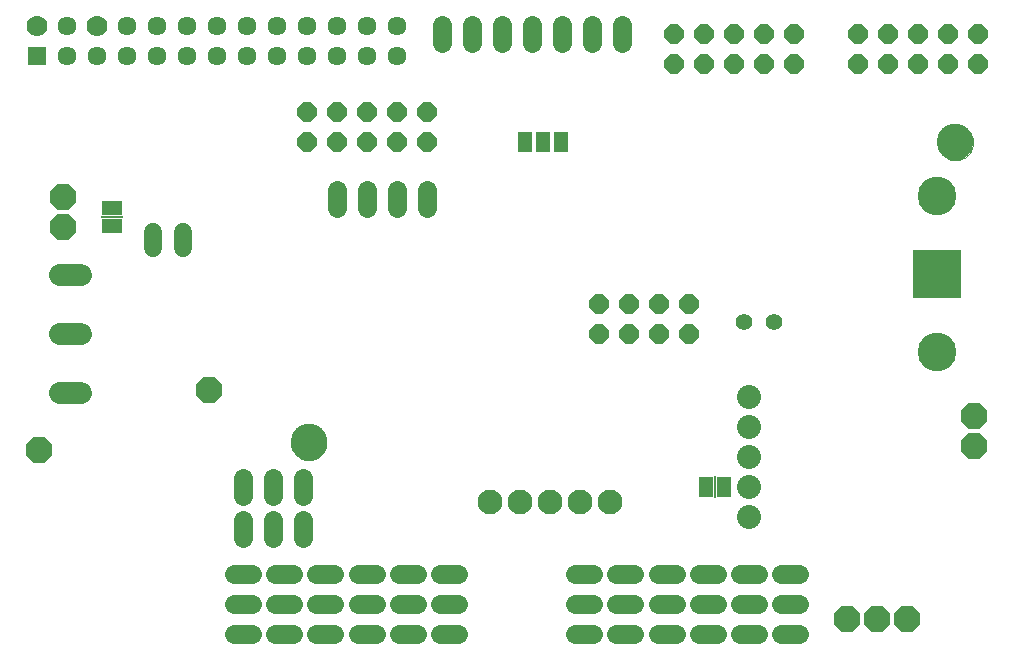
<source format=gbs>
G75*
G70*
%OFA0B0*%
%FSLAX24Y24*%
%IPPOS*%
%LPD*%
%AMOC8*
5,1,8,0,0,1.08239X$1,22.5*
%
%ADD10C,0.0640*%
%ADD11C,0.0827*%
%ADD12C,0.0800*%
%ADD13OC8,0.0890*%
%ADD14R,0.0634X0.0634*%
%ADD15C,0.0700*%
%ADD16C,0.0634*%
%ADD17C,0.0000*%
%ADD18C,0.1221*%
%ADD19R,0.0500X0.0670*%
%ADD20R,0.0060X0.0720*%
%ADD21C,0.0560*%
%ADD22R,0.0670X0.0500*%
%ADD23R,0.0720X0.0060*%
%ADD24OC8,0.0640*%
%ADD25R,0.1600X0.1600*%
%ADD26C,0.1290*%
%ADD27C,0.0600*%
%ADD28C,0.0745*%
D10*
X008000Y002782D02*
X008600Y002782D01*
X009375Y002782D02*
X009975Y002782D01*
X010750Y002782D02*
X011350Y002782D01*
X012125Y002782D02*
X012725Y002782D01*
X013500Y002782D02*
X014100Y002782D01*
X014875Y002782D02*
X015475Y002782D01*
X015475Y003782D02*
X014875Y003782D01*
X014100Y003782D02*
X013500Y003782D01*
X012725Y003782D02*
X012125Y003782D01*
X011350Y003782D02*
X010750Y003782D01*
X009975Y003782D02*
X009375Y003782D01*
X008600Y003782D02*
X008000Y003782D01*
X008000Y004782D02*
X008600Y004782D01*
X009375Y004782D02*
X009975Y004782D01*
X010750Y004782D02*
X011350Y004782D01*
X012125Y004782D02*
X012725Y004782D01*
X013500Y004782D02*
X014100Y004782D01*
X014875Y004782D02*
X015475Y004782D01*
X019375Y004782D02*
X019975Y004782D01*
X020750Y004782D02*
X021350Y004782D01*
X022125Y004782D02*
X022725Y004782D01*
X023500Y004782D02*
X024100Y004782D01*
X024875Y004782D02*
X025475Y004782D01*
X026250Y004782D02*
X026850Y004782D01*
X026850Y003782D02*
X026250Y003782D01*
X025475Y003782D02*
X024875Y003782D01*
X024100Y003782D02*
X023500Y003782D01*
X022725Y003782D02*
X022125Y003782D01*
X021350Y003782D02*
X020750Y003782D01*
X019975Y003782D02*
X019375Y003782D01*
X019375Y002782D02*
X019975Y002782D01*
X020750Y002782D02*
X021350Y002782D01*
X022125Y002782D02*
X022725Y002782D01*
X023500Y002782D02*
X024100Y002782D01*
X024875Y002782D02*
X025475Y002782D01*
X026250Y002782D02*
X026850Y002782D01*
X010300Y005982D02*
X010300Y006582D01*
X010300Y007357D02*
X010300Y007957D01*
X009300Y007957D02*
X009300Y007357D01*
X009300Y006582D02*
X009300Y005982D01*
X008300Y005982D02*
X008300Y006582D01*
X008300Y007357D02*
X008300Y007957D01*
X011425Y016982D02*
X011425Y017582D01*
X012425Y017582D02*
X012425Y016982D01*
X013425Y016982D02*
X013425Y017582D01*
X014425Y017582D02*
X014425Y016982D01*
X014925Y022482D02*
X014925Y023082D01*
X015925Y023082D02*
X015925Y022482D01*
X016925Y022482D02*
X016925Y023082D01*
X017925Y023082D02*
X017925Y022482D01*
X018925Y022482D02*
X018925Y023082D01*
X019925Y023082D02*
X019925Y022482D01*
X020925Y022482D02*
X020925Y023082D01*
D11*
X020550Y007157D03*
X019550Y007157D03*
X018550Y007157D03*
X017550Y007157D03*
X016550Y007157D03*
D12*
X025175Y007657D03*
X025175Y006657D03*
X025175Y008657D03*
X025175Y009657D03*
X025175Y010657D03*
D13*
X032675Y010032D03*
X032675Y009032D03*
X030425Y003282D03*
X029425Y003282D03*
X028425Y003282D03*
X007175Y010907D03*
X001488Y008907D03*
X002300Y016344D03*
X002300Y017344D03*
D14*
X001425Y022032D03*
D15*
X001425Y023032D03*
X003425Y023032D03*
D16*
X004425Y023032D03*
X005425Y023032D03*
X006425Y023032D03*
X007425Y023032D03*
X008425Y023032D03*
X009425Y023032D03*
X010425Y023032D03*
X011425Y023032D03*
X012425Y023032D03*
X013425Y023032D03*
X013425Y022032D03*
X012425Y022032D03*
X011425Y022032D03*
X010425Y022032D03*
X009425Y022032D03*
X008425Y022032D03*
X007425Y022032D03*
X006425Y022032D03*
X005425Y022032D03*
X004425Y022032D03*
X003425Y022032D03*
X002425Y022032D03*
X002425Y023032D03*
D17*
X009897Y009157D02*
X009899Y009205D01*
X009905Y009253D01*
X009915Y009300D01*
X009928Y009346D01*
X009946Y009391D01*
X009966Y009435D01*
X009991Y009477D01*
X010019Y009516D01*
X010049Y009553D01*
X010083Y009587D01*
X010120Y009619D01*
X010158Y009648D01*
X010199Y009673D01*
X010242Y009695D01*
X010287Y009713D01*
X010333Y009727D01*
X010380Y009738D01*
X010428Y009745D01*
X010476Y009748D01*
X010524Y009747D01*
X010572Y009742D01*
X010620Y009733D01*
X010666Y009721D01*
X010711Y009704D01*
X010755Y009684D01*
X010797Y009661D01*
X010837Y009634D01*
X010875Y009604D01*
X010910Y009571D01*
X010942Y009535D01*
X010972Y009497D01*
X010998Y009456D01*
X011020Y009413D01*
X011040Y009369D01*
X011055Y009324D01*
X011067Y009277D01*
X011075Y009229D01*
X011079Y009181D01*
X011079Y009133D01*
X011075Y009085D01*
X011067Y009037D01*
X011055Y008990D01*
X011040Y008945D01*
X011020Y008901D01*
X010998Y008858D01*
X010972Y008817D01*
X010942Y008779D01*
X010910Y008743D01*
X010875Y008710D01*
X010837Y008680D01*
X010797Y008653D01*
X010755Y008630D01*
X010711Y008610D01*
X010666Y008593D01*
X010620Y008581D01*
X010572Y008572D01*
X010524Y008567D01*
X010476Y008566D01*
X010428Y008569D01*
X010380Y008576D01*
X010333Y008587D01*
X010287Y008601D01*
X010242Y008619D01*
X010199Y008641D01*
X010158Y008666D01*
X010120Y008695D01*
X010083Y008727D01*
X010049Y008761D01*
X010019Y008798D01*
X009991Y008837D01*
X009966Y008879D01*
X009946Y008923D01*
X009928Y008968D01*
X009915Y009014D01*
X009905Y009061D01*
X009899Y009109D01*
X009897Y009157D01*
X031459Y019157D02*
X031461Y019205D01*
X031467Y019253D01*
X031477Y019300D01*
X031490Y019346D01*
X031508Y019391D01*
X031528Y019435D01*
X031553Y019477D01*
X031581Y019516D01*
X031611Y019553D01*
X031645Y019587D01*
X031682Y019619D01*
X031720Y019648D01*
X031761Y019673D01*
X031804Y019695D01*
X031849Y019713D01*
X031895Y019727D01*
X031942Y019738D01*
X031990Y019745D01*
X032038Y019748D01*
X032086Y019747D01*
X032134Y019742D01*
X032182Y019733D01*
X032228Y019721D01*
X032273Y019704D01*
X032317Y019684D01*
X032359Y019661D01*
X032399Y019634D01*
X032437Y019604D01*
X032472Y019571D01*
X032504Y019535D01*
X032534Y019497D01*
X032560Y019456D01*
X032582Y019413D01*
X032602Y019369D01*
X032617Y019324D01*
X032629Y019277D01*
X032637Y019229D01*
X032641Y019181D01*
X032641Y019133D01*
X032637Y019085D01*
X032629Y019037D01*
X032617Y018990D01*
X032602Y018945D01*
X032582Y018901D01*
X032560Y018858D01*
X032534Y018817D01*
X032504Y018779D01*
X032472Y018743D01*
X032437Y018710D01*
X032399Y018680D01*
X032359Y018653D01*
X032317Y018630D01*
X032273Y018610D01*
X032228Y018593D01*
X032182Y018581D01*
X032134Y018572D01*
X032086Y018567D01*
X032038Y018566D01*
X031990Y018569D01*
X031942Y018576D01*
X031895Y018587D01*
X031849Y018601D01*
X031804Y018619D01*
X031761Y018641D01*
X031720Y018666D01*
X031682Y018695D01*
X031645Y018727D01*
X031611Y018761D01*
X031581Y018798D01*
X031553Y018837D01*
X031528Y018879D01*
X031508Y018923D01*
X031490Y018968D01*
X031477Y019014D01*
X031467Y019061D01*
X031461Y019109D01*
X031459Y019157D01*
D18*
X032050Y019157D03*
X010488Y009157D03*
D19*
X017700Y019157D03*
X018300Y019157D03*
X018900Y019157D03*
X023750Y007657D03*
X024350Y007657D03*
D20*
X024050Y007657D03*
D21*
X024988Y013157D03*
X025988Y013157D03*
D22*
X003925Y016357D03*
X003925Y016957D03*
D23*
X003925Y016657D03*
D24*
X010425Y019157D03*
X010425Y020157D03*
X011425Y020157D03*
X012425Y020157D03*
X013425Y020157D03*
X014425Y020157D03*
X014425Y019157D03*
X013425Y019157D03*
X012425Y019157D03*
X011425Y019157D03*
X020175Y013782D03*
X021175Y013782D03*
X022175Y013782D03*
X023175Y013782D03*
X023175Y012782D03*
X022175Y012782D03*
X021175Y012782D03*
X020175Y012782D03*
X022675Y021782D03*
X023675Y021782D03*
X024675Y021782D03*
X025675Y021782D03*
X026675Y021782D03*
X026675Y022782D03*
X025675Y022782D03*
X024675Y022782D03*
X023675Y022782D03*
X022675Y022782D03*
X028800Y022782D03*
X029800Y022782D03*
X030800Y022782D03*
X031800Y022782D03*
X032800Y022782D03*
X032800Y021782D03*
X031800Y021782D03*
X030800Y021782D03*
X029800Y021782D03*
X028800Y021782D03*
D25*
X031425Y014782D03*
D26*
X031425Y017382D03*
X031425Y012182D03*
D27*
X006300Y015627D02*
X006300Y016187D01*
X005300Y016187D02*
X005300Y015627D01*
D28*
X002910Y014750D02*
X002205Y014750D01*
X002205Y012782D02*
X002910Y012782D01*
X002910Y010813D02*
X002205Y010813D01*
M02*

</source>
